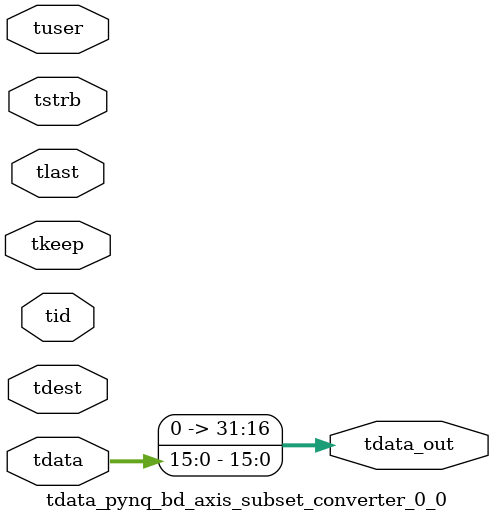
<source format=v>


`timescale 1ps/1ps

module tdata_pynq_bd_axis_subset_converter_0_0 #
(
parameter C_S_AXIS_TDATA_WIDTH = 32,
parameter C_S_AXIS_TUSER_WIDTH = 0,
parameter C_S_AXIS_TID_WIDTH   = 0,
parameter C_S_AXIS_TDEST_WIDTH = 0,
parameter C_M_AXIS_TDATA_WIDTH = 32
)
(
input  [(C_S_AXIS_TDATA_WIDTH == 0 ? 1 : C_S_AXIS_TDATA_WIDTH)-1:0     ] tdata,
input  [(C_S_AXIS_TUSER_WIDTH == 0 ? 1 : C_S_AXIS_TUSER_WIDTH)-1:0     ] tuser,
input  [(C_S_AXIS_TID_WIDTH   == 0 ? 1 : C_S_AXIS_TID_WIDTH)-1:0       ] tid,
input  [(C_S_AXIS_TDEST_WIDTH == 0 ? 1 : C_S_AXIS_TDEST_WIDTH)-1:0     ] tdest,
input  [(C_S_AXIS_TDATA_WIDTH/8)-1:0 ] tkeep,
input  [(C_S_AXIS_TDATA_WIDTH/8)-1:0 ] tstrb,
input                                                                    tlast,
output [C_M_AXIS_TDATA_WIDTH-1:0] tdata_out
);

assign tdata_out = {tdata[15:0]};

endmodule


</source>
